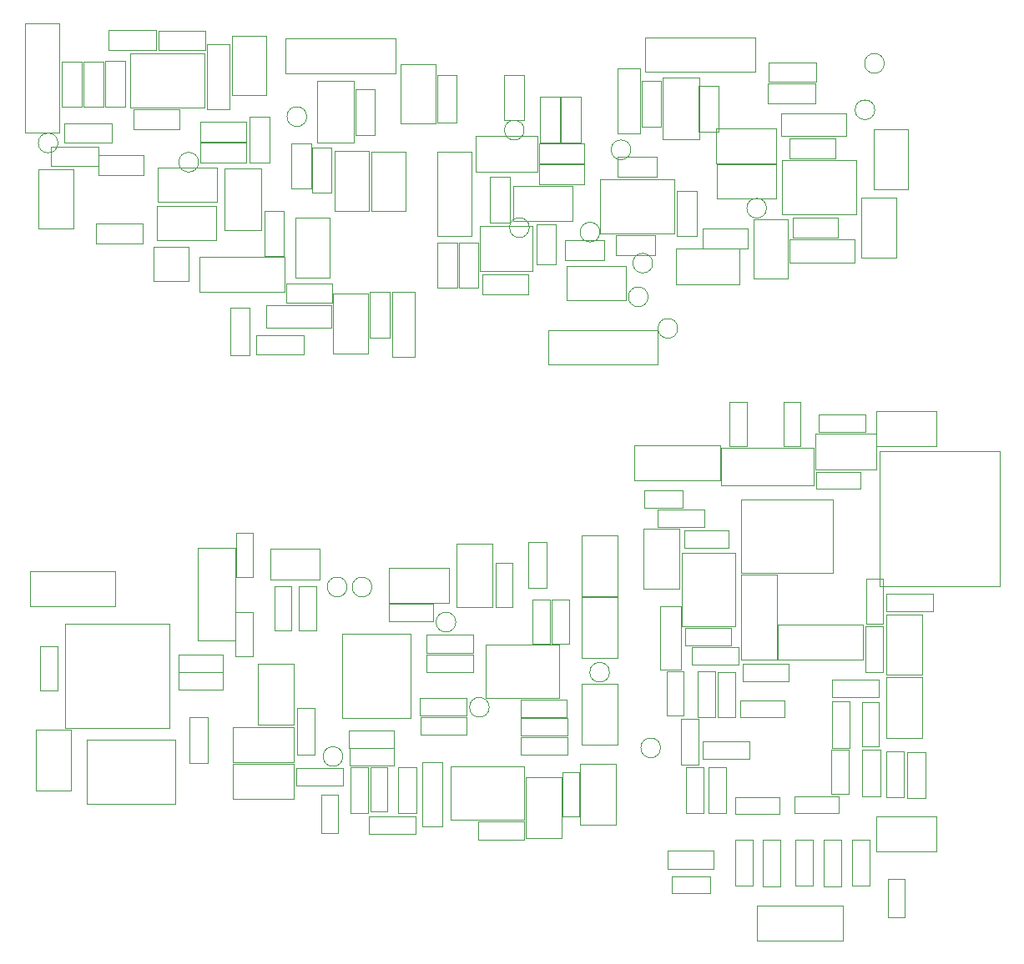
<source format=gbr>
G04 #@! TF.FileFunction,Other,User*
%FSLAX46Y46*%
G04 Gerber Fmt 4.6, Leading zero omitted, Abs format (unit mm)*
G04 Created by KiCad (PCBNEW 4.0.6) date 05/22/17 17:46:35*
%MOMM*%
%LPD*%
G01*
G04 APERTURE LIST*
%ADD10C,0.100000*%
%ADD11C,0.050000*%
G04 APERTURE END LIST*
D10*
D11*
X108560000Y-52950000D02*
X108560000Y-46900000D01*
X105060000Y-52950000D02*
X105060000Y-46900000D01*
X108560000Y-52950000D02*
X105060000Y-52950000D01*
X108560000Y-46900000D02*
X105060000Y-46900000D01*
X84350000Y-36970000D02*
X84350000Y-42470000D01*
X91850000Y-36970000D02*
X91850000Y-42470000D01*
X84350000Y-36970000D02*
X91850000Y-36970000D01*
X84350000Y-42470000D02*
X91850000Y-42470000D01*
X139790000Y-55520000D02*
X139790000Y-50920000D01*
X141790000Y-55520000D02*
X141790000Y-50920000D01*
X139790000Y-55520000D02*
X141790000Y-55520000D01*
X139790000Y-50920000D02*
X141790000Y-50920000D01*
X94440000Y-67630000D02*
X94440000Y-62830000D01*
X96440000Y-67630000D02*
X96440000Y-62830000D01*
X94440000Y-67630000D02*
X96440000Y-67630000D01*
X94440000Y-62830000D02*
X96440000Y-62830000D01*
X82430000Y-46070000D02*
X77630000Y-46070000D01*
X82430000Y-44070000D02*
X77630000Y-44070000D01*
X82430000Y-46070000D02*
X82430000Y-44070000D01*
X77630000Y-46070000D02*
X77630000Y-44070000D01*
X149020000Y-40060000D02*
X153820000Y-40060000D01*
X149020000Y-42060000D02*
X153820000Y-42060000D01*
X149020000Y-40060000D02*
X149020000Y-42060000D01*
X153820000Y-40060000D02*
X153820000Y-42060000D01*
X76270000Y-46430000D02*
X81070000Y-46430000D01*
X76270000Y-48430000D02*
X81070000Y-48430000D01*
X76270000Y-46430000D02*
X76270000Y-48430000D01*
X81070000Y-46430000D02*
X81070000Y-48430000D01*
X153900000Y-39870000D02*
X149100000Y-39870000D01*
X153900000Y-37870000D02*
X149100000Y-37870000D01*
X153900000Y-39870000D02*
X153900000Y-37870000D01*
X149100000Y-39870000D02*
X149100000Y-37870000D01*
X101920000Y-67560000D02*
X97120000Y-67560000D01*
X101920000Y-65560000D02*
X97120000Y-65560000D01*
X101920000Y-67560000D02*
X101920000Y-65560000D01*
X97120000Y-67560000D02*
X97120000Y-65560000D01*
X150480000Y-47810000D02*
X150480000Y-53310000D01*
X157980000Y-47810000D02*
X157980000Y-53310000D01*
X150480000Y-47810000D02*
X157980000Y-47810000D01*
X150480000Y-53310000D02*
X157980000Y-53310000D01*
X146120000Y-60470000D02*
X146120000Y-56770000D01*
X139720000Y-60470000D02*
X139720000Y-56770000D01*
X146120000Y-60470000D02*
X139720000Y-60470000D01*
X146120000Y-56770000D02*
X139720000Y-56770000D01*
X91250000Y-48030000D02*
G75*
G03X91250000Y-48030000I-1000000J0D01*
G01*
X124280000Y-44780000D02*
G75*
G03X124280000Y-44780000I-1000000J0D01*
G01*
X135110000Y-46770000D02*
G75*
G03X135110000Y-46770000I-1000000J0D01*
G01*
X136860000Y-61700000D02*
G75*
G03X136860000Y-61700000I-1000000J0D01*
G01*
X159860000Y-42710000D02*
G75*
G03X159860000Y-42710000I-1000000J0D01*
G01*
X148880000Y-52700000D02*
G75*
G03X148880000Y-52700000I-1000000J0D01*
G01*
X103280000Y-46040000D02*
X106980000Y-46040000D01*
X103280000Y-39740000D02*
X106980000Y-39740000D01*
X103280000Y-46040000D02*
X103280000Y-39740000D01*
X106980000Y-46040000D02*
X106980000Y-39740000D01*
X97592320Y-48623520D02*
X93892320Y-48623520D01*
X97592320Y-54923520D02*
X93892320Y-54923520D01*
X97592320Y-48623520D02*
X97592320Y-54923520D01*
X93892320Y-48623520D02*
X93892320Y-54923520D01*
X138330000Y-45730000D02*
X142030000Y-45730000D01*
X138330000Y-39430000D02*
X142030000Y-39430000D01*
X138330000Y-45730000D02*
X138330000Y-39430000D01*
X142030000Y-45730000D02*
X142030000Y-39430000D01*
X125640000Y-49040000D02*
X125640000Y-45340000D01*
X119340000Y-49040000D02*
X119340000Y-45340000D01*
X125640000Y-49040000D02*
X119340000Y-49040000D01*
X125640000Y-45340000D02*
X119340000Y-45340000D01*
D10*
X137740000Y-49510000D02*
X133740000Y-49510000D01*
X137740000Y-47510000D02*
X133740000Y-47510000D01*
X137740000Y-49510000D02*
X137740000Y-47510000D01*
X133740000Y-49510000D02*
X133740000Y-47510000D01*
X137610000Y-57470000D02*
X133610000Y-57470000D01*
X137610000Y-55470000D02*
X133610000Y-55470000D01*
X137610000Y-57470000D02*
X137610000Y-55470000D01*
X133610000Y-57470000D02*
X133610000Y-55470000D01*
X127510000Y-54370000D02*
X127510000Y-58370000D01*
X125510000Y-54370000D02*
X125510000Y-58370000D01*
X127510000Y-54370000D02*
X125510000Y-54370000D01*
X127510000Y-58370000D02*
X125510000Y-58370000D01*
D11*
X132020000Y-49770000D02*
X132020000Y-55270000D01*
X139520000Y-49770000D02*
X139520000Y-55270000D01*
X132020000Y-49770000D02*
X139520000Y-49770000D01*
X132020000Y-55270000D02*
X139520000Y-55270000D01*
X119800000Y-59070000D02*
X119800000Y-54470000D01*
X119800000Y-59070000D02*
X125150000Y-59070000D01*
X119800000Y-54470000D02*
X125150000Y-54470000D01*
X125150000Y-59070000D02*
X125150000Y-54470000D01*
D10*
X128450000Y-55980000D02*
X132450000Y-55980000D01*
X128450000Y-57980000D02*
X132450000Y-57980000D01*
X128450000Y-55980000D02*
X128450000Y-57980000D01*
X132450000Y-55980000D02*
X132450000Y-57980000D01*
X76990000Y-46080000D02*
G75*
G03X76990000Y-46080000I-1000000J0D01*
G01*
X160820000Y-38000000D02*
G75*
G03X160820000Y-38000000I-1000000J0D01*
G01*
X139860000Y-64900000D02*
G75*
G03X139860000Y-64900000I-1000000J0D01*
G01*
X124800000Y-54670000D02*
G75*
G03X124800000Y-54670000I-1000000J0D01*
G01*
X131970000Y-55130000D02*
G75*
G03X131970000Y-55130000I-1000000J0D01*
G01*
X137320000Y-58280000D02*
G75*
G03X137320000Y-58280000I-1000000J0D01*
G01*
X102230000Y-43400000D02*
G75*
G03X102230000Y-43400000I-1000000J0D01*
G01*
D11*
X86720300Y-56619900D02*
X86720300Y-60119900D01*
X90220300Y-56619900D02*
X90220300Y-60119900D01*
X86720300Y-56619900D02*
X90220300Y-56619900D01*
X86720300Y-60119900D02*
X90220300Y-60119900D01*
X111210000Y-38990000D02*
X111210000Y-35490000D01*
X100060000Y-38990000D02*
X100060000Y-35490000D01*
X111210000Y-38990000D02*
X100060000Y-38990000D01*
X111210000Y-35490000D02*
X100060000Y-35490000D01*
X147740000Y-38830000D02*
X147740000Y-35330000D01*
X136590000Y-38830000D02*
X136590000Y-35330000D01*
X147740000Y-38830000D02*
X136590000Y-38830000D01*
X147740000Y-35330000D02*
X136590000Y-35330000D01*
X91370000Y-57680000D02*
X91370000Y-61180000D01*
X99970000Y-57680000D02*
X99970000Y-61180000D01*
X91370000Y-57680000D02*
X99970000Y-57680000D01*
X91370000Y-61180000D02*
X99970000Y-61180000D01*
X118970000Y-46930000D02*
X115470000Y-46930000D01*
X118970000Y-55530000D02*
X115470000Y-55530000D01*
X118970000Y-46930000D02*
X118970000Y-55530000D01*
X115470000Y-46930000D02*
X115470000Y-55530000D01*
X85612500Y-56293960D02*
X80812500Y-56293960D01*
X85612500Y-54293960D02*
X80812500Y-54293960D01*
X85612500Y-56293960D02*
X85612500Y-54293960D01*
X80812500Y-56293960D02*
X80812500Y-54293960D01*
X115450000Y-43990000D02*
X115450000Y-39190000D01*
X117450000Y-43990000D02*
X117450000Y-39190000D01*
X115450000Y-43990000D02*
X117450000Y-43990000D01*
X115450000Y-39190000D02*
X117450000Y-39190000D01*
X107150000Y-45250000D02*
X107150000Y-40650000D01*
X109150000Y-45250000D02*
X109150000Y-40650000D01*
X107150000Y-45250000D02*
X109150000Y-45250000D01*
X107150000Y-40650000D02*
X109150000Y-40650000D01*
X104790000Y-62330000D02*
X100190000Y-62330000D01*
X104790000Y-60330000D02*
X100190000Y-60330000D01*
X104790000Y-62330000D02*
X104790000Y-60330000D01*
X100190000Y-62330000D02*
X100190000Y-60330000D01*
X96070000Y-48080000D02*
X91470000Y-48080000D01*
X96070000Y-46080000D02*
X91470000Y-46080000D01*
X96070000Y-48080000D02*
X96070000Y-46080000D01*
X91470000Y-48080000D02*
X91470000Y-46080000D01*
X108660000Y-65820000D02*
X108660000Y-61220000D01*
X110660000Y-65820000D02*
X110660000Y-61220000D01*
X108660000Y-65820000D02*
X110660000Y-65820000D01*
X108660000Y-61220000D02*
X110660000Y-61220000D01*
X104760000Y-46510000D02*
X104760000Y-51110000D01*
X102760000Y-46510000D02*
X102760000Y-51110000D01*
X104760000Y-46510000D02*
X102760000Y-46510000D01*
X104760000Y-51110000D02*
X102760000Y-51110000D01*
X102650000Y-46120000D02*
X102650000Y-50720000D01*
X100650000Y-46120000D02*
X100650000Y-50720000D01*
X102650000Y-46120000D02*
X100650000Y-46120000D01*
X102650000Y-50720000D02*
X100650000Y-50720000D01*
X96420000Y-48030000D02*
X96420000Y-43430000D01*
X98420000Y-48030000D02*
X98420000Y-43430000D01*
X96420000Y-48030000D02*
X98420000Y-48030000D01*
X96420000Y-43430000D02*
X98420000Y-43430000D01*
X99920000Y-52980000D02*
X99920000Y-57580000D01*
X97920000Y-52980000D02*
X97920000Y-57580000D01*
X99920000Y-52980000D02*
X97920000Y-52980000D01*
X99920000Y-57580000D02*
X97920000Y-57580000D01*
X141990000Y-44910000D02*
X141990000Y-40310000D01*
X143990000Y-44910000D02*
X143990000Y-40310000D01*
X141990000Y-44910000D02*
X143990000Y-44910000D01*
X141990000Y-40310000D02*
X143990000Y-40310000D01*
X156120000Y-55680000D02*
X151520000Y-55680000D01*
X156120000Y-53680000D02*
X151520000Y-53680000D01*
X156120000Y-55680000D02*
X156120000Y-53680000D01*
X151520000Y-55680000D02*
X151520000Y-53680000D01*
X151230000Y-45620000D02*
X155830000Y-45620000D01*
X151230000Y-47620000D02*
X155830000Y-47620000D01*
X151230000Y-45620000D02*
X151230000Y-47620000D01*
X155830000Y-45620000D02*
X155830000Y-47620000D01*
X128040000Y-46020000D02*
X128040000Y-41420000D01*
X130040000Y-46020000D02*
X130040000Y-41420000D01*
X128040000Y-46020000D02*
X130040000Y-46020000D01*
X128040000Y-41420000D02*
X130040000Y-41420000D01*
X125880000Y-46010000D02*
X125880000Y-41410000D01*
X127880000Y-46010000D02*
X127880000Y-41410000D01*
X125880000Y-46010000D02*
X127880000Y-46010000D01*
X125880000Y-41410000D02*
X127880000Y-41410000D01*
X136190000Y-44410000D02*
X136190000Y-39810000D01*
X138190000Y-44410000D02*
X138190000Y-39810000D01*
X136190000Y-44410000D02*
X138190000Y-44410000D01*
X136190000Y-39810000D02*
X138190000Y-39810000D01*
X133770000Y-45130000D02*
X133770000Y-38530000D01*
X136070000Y-45130000D02*
X136070000Y-38530000D01*
X133770000Y-45130000D02*
X136070000Y-45130000D01*
X133770000Y-38530000D02*
X136070000Y-38530000D01*
X125810000Y-46150000D02*
X130410000Y-46150000D01*
X125810000Y-48150000D02*
X130410000Y-48150000D01*
X125810000Y-46150000D02*
X125810000Y-48150000D01*
X130410000Y-46150000D02*
X130410000Y-48150000D01*
X130410000Y-50270000D02*
X125810000Y-50270000D01*
X130410000Y-48270000D02*
X125810000Y-48270000D01*
X130410000Y-50270000D02*
X130410000Y-48270000D01*
X125810000Y-50270000D02*
X125810000Y-48270000D01*
X81087760Y-47339440D02*
X85687760Y-47339440D01*
X81087760Y-49339440D02*
X85687760Y-49339440D01*
X81087760Y-47339440D02*
X81087760Y-49339440D01*
X85687760Y-47339440D02*
X85687760Y-49339440D01*
X124240000Y-39150000D02*
X124240000Y-43750000D01*
X122240000Y-39150000D02*
X122240000Y-43750000D01*
X124240000Y-39150000D02*
X122240000Y-39150000D01*
X124240000Y-43750000D02*
X122240000Y-43750000D01*
X122830000Y-49530000D02*
X122830000Y-54130000D01*
X120830000Y-49530000D02*
X120830000Y-54130000D01*
X122830000Y-49530000D02*
X120830000Y-49530000D01*
X122830000Y-54130000D02*
X120830000Y-54130000D01*
X142380000Y-54780000D02*
X146980000Y-54780000D01*
X142380000Y-56780000D02*
X146980000Y-56780000D01*
X142380000Y-54780000D02*
X142380000Y-56780000D01*
X146980000Y-54780000D02*
X146980000Y-56780000D01*
X77410000Y-42390000D02*
X77410000Y-37790000D01*
X79410000Y-42390000D02*
X79410000Y-37790000D01*
X77410000Y-42390000D02*
X79410000Y-42390000D01*
X77410000Y-37790000D02*
X79410000Y-37790000D01*
X79600000Y-42390000D02*
X79600000Y-37790000D01*
X81600000Y-42390000D02*
X81600000Y-37790000D01*
X79600000Y-42390000D02*
X81600000Y-42390000D01*
X79600000Y-37790000D02*
X81600000Y-37790000D01*
X117490000Y-56170000D02*
X117490000Y-60770000D01*
X115490000Y-56170000D02*
X115490000Y-60770000D01*
X117490000Y-56170000D02*
X115490000Y-56170000D01*
X117490000Y-60770000D02*
X115490000Y-60770000D01*
X119660000Y-56180000D02*
X119660000Y-60780000D01*
X117660000Y-56180000D02*
X117660000Y-60780000D01*
X119660000Y-56180000D02*
X117660000Y-56180000D01*
X119660000Y-60780000D02*
X117660000Y-60780000D01*
X124680000Y-61450000D02*
X120080000Y-61450000D01*
X124680000Y-59450000D02*
X120080000Y-59450000D01*
X124680000Y-61450000D02*
X124680000Y-59450000D01*
X120080000Y-61450000D02*
X120080000Y-59450000D01*
X112300000Y-52980000D02*
X112300000Y-46930000D01*
X108800000Y-52980000D02*
X108800000Y-46930000D01*
X112300000Y-52980000D02*
X108800000Y-52980000D01*
X112300000Y-46930000D02*
X108800000Y-46930000D01*
X149840000Y-44640000D02*
X143790000Y-44640000D01*
X149840000Y-48140000D02*
X143790000Y-48140000D01*
X149840000Y-44640000D02*
X149840000Y-48140000D01*
X143790000Y-44640000D02*
X143790000Y-48140000D01*
X149860000Y-48220000D02*
X143810000Y-48220000D01*
X149860000Y-51720000D02*
X143810000Y-51720000D01*
X149860000Y-48220000D02*
X149860000Y-51720000D01*
X143810000Y-48220000D02*
X143810000Y-51720000D01*
X134610000Y-58570000D02*
X128560000Y-58570000D01*
X134610000Y-62070000D02*
X128560000Y-62070000D01*
X134610000Y-58570000D02*
X134610000Y-62070000D01*
X128560000Y-58570000D02*
X128560000Y-62070000D01*
X101070000Y-53680000D02*
X101070000Y-59730000D01*
X104570000Y-53680000D02*
X104570000Y-59730000D01*
X101070000Y-53680000D02*
X104570000Y-53680000D01*
X101070000Y-59730000D02*
X104570000Y-59730000D01*
X159750000Y-44720000D02*
X159750000Y-50770000D01*
X163250000Y-44720000D02*
X163250000Y-50770000D01*
X159750000Y-44720000D02*
X163250000Y-44720000D01*
X159750000Y-50770000D02*
X163250000Y-50770000D01*
X129210000Y-50470000D02*
X123160000Y-50470000D01*
X129210000Y-53970000D02*
X123160000Y-53970000D01*
X129210000Y-50470000D02*
X129210000Y-53970000D01*
X123160000Y-50470000D02*
X123160000Y-53970000D01*
X93042240Y-52441600D02*
X86992240Y-52441600D01*
X93042240Y-55941600D02*
X86992240Y-55941600D01*
X93042240Y-52441600D02*
X93042240Y-55941600D01*
X86992240Y-52441600D02*
X86992240Y-55941600D01*
X93123520Y-48540160D02*
X87073520Y-48540160D01*
X93123520Y-52040160D02*
X87073520Y-52040160D01*
X93123520Y-48540160D02*
X93123520Y-52040160D01*
X87073520Y-48540160D02*
X87073520Y-52040160D01*
X147540000Y-53800000D02*
X147540000Y-59850000D01*
X151040000Y-53800000D02*
X151040000Y-59850000D01*
X147540000Y-53800000D02*
X151040000Y-53800000D01*
X147540000Y-59850000D02*
X151040000Y-59850000D01*
X104930000Y-61370000D02*
X104930000Y-67420000D01*
X108430000Y-61370000D02*
X108430000Y-67420000D01*
X104930000Y-61370000D02*
X108430000Y-61370000D01*
X104930000Y-67420000D02*
X108430000Y-67420000D01*
X158510000Y-51640000D02*
X158510000Y-57690000D01*
X162010000Y-51640000D02*
X162010000Y-57690000D01*
X158510000Y-51640000D02*
X162010000Y-51640000D01*
X158510000Y-57690000D02*
X162010000Y-57690000D01*
X78543920Y-54783360D02*
X78543920Y-48733360D01*
X75043920Y-54783360D02*
X75043920Y-48733360D01*
X78543920Y-54783360D02*
X75043920Y-54783360D01*
X78543920Y-48733360D02*
X75043920Y-48733360D01*
X115290000Y-44120000D02*
X115290000Y-38070000D01*
X111790000Y-44120000D02*
X111790000Y-38070000D01*
X115290000Y-44120000D02*
X111790000Y-44120000D01*
X115290000Y-38070000D02*
X111790000Y-38070000D01*
X94660000Y-35190000D02*
X94660000Y-41240000D01*
X98160000Y-35190000D02*
X98160000Y-41240000D01*
X94660000Y-35190000D02*
X98160000Y-35190000D01*
X94660000Y-41240000D02*
X98160000Y-41240000D01*
X73610000Y-45060000D02*
X77110000Y-45060000D01*
X73610000Y-33910000D02*
X77110000Y-33910000D01*
X73610000Y-45060000D02*
X73610000Y-33910000D01*
X77110000Y-45060000D02*
X77110000Y-33910000D01*
X81820000Y-42370000D02*
X81820000Y-37770000D01*
X83820000Y-42370000D02*
X83820000Y-37770000D01*
X81820000Y-42370000D02*
X83820000Y-42370000D01*
X81820000Y-37770000D02*
X83820000Y-37770000D01*
X98130000Y-62550000D02*
X104730000Y-62550000D01*
X98130000Y-64850000D02*
X104730000Y-64850000D01*
X98130000Y-62550000D02*
X98130000Y-64850000D01*
X104730000Y-62550000D02*
X104730000Y-64850000D01*
X110910000Y-67790000D02*
X110910000Y-61190000D01*
X113210000Y-67790000D02*
X113210000Y-61190000D01*
X110910000Y-67790000D02*
X113210000Y-67790000D01*
X110910000Y-61190000D02*
X113210000Y-61190000D01*
X96070000Y-45930000D02*
X91470000Y-45930000D01*
X96070000Y-43930000D02*
X91470000Y-43930000D01*
X96070000Y-45930000D02*
X96070000Y-43930000D01*
X91470000Y-45930000D02*
X91470000Y-43930000D01*
X92120000Y-42640000D02*
X92120000Y-36040000D01*
X94420000Y-42640000D02*
X94420000Y-36040000D01*
X92120000Y-42640000D02*
X94420000Y-42640000D01*
X92120000Y-36040000D02*
X94420000Y-36040000D01*
X151230000Y-55890000D02*
X157830000Y-55890000D01*
X151230000Y-58190000D02*
X157830000Y-58190000D01*
X151230000Y-55890000D02*
X151230000Y-58190000D01*
X157830000Y-55890000D02*
X157830000Y-58190000D01*
X150330000Y-43040000D02*
X156930000Y-43040000D01*
X150330000Y-45340000D02*
X156930000Y-45340000D01*
X150330000Y-43040000D02*
X150330000Y-45340000D01*
X156930000Y-43040000D02*
X156930000Y-45340000D01*
X137850000Y-68560000D02*
X137850000Y-65060000D01*
X126700000Y-68560000D02*
X126700000Y-65060000D01*
X137850000Y-68560000D02*
X126700000Y-68560000D01*
X137850000Y-65060000D02*
X126700000Y-65060000D01*
X89280000Y-44670000D02*
X84680000Y-44670000D01*
X89280000Y-42670000D02*
X84680000Y-42670000D01*
X89280000Y-44670000D02*
X89280000Y-42670000D01*
X84680000Y-44670000D02*
X84680000Y-42670000D01*
X82110000Y-34640000D02*
X86910000Y-34640000D01*
X82110000Y-36640000D02*
X86910000Y-36640000D01*
X82110000Y-34640000D02*
X82110000Y-36640000D01*
X86910000Y-34640000D02*
X86910000Y-36640000D01*
X87170000Y-34660000D02*
X91970000Y-34660000D01*
X87170000Y-36660000D02*
X91970000Y-36660000D01*
X87170000Y-34660000D02*
X87170000Y-36660000D01*
X91970000Y-34660000D02*
X91970000Y-36660000D01*
X112724800Y-95895200D02*
X105824800Y-95895200D01*
X112724800Y-104495200D02*
X105824800Y-104495200D01*
X112724800Y-95895200D02*
X112724800Y-104495200D01*
X105824800Y-95895200D02*
X105824800Y-104495200D01*
X110555400Y-92850900D02*
X115055400Y-92850900D01*
X110555400Y-92850900D02*
X110555400Y-94600900D01*
X115055400Y-94600900D02*
X115055400Y-92850900D01*
X115055400Y-94600900D02*
X110555400Y-94600900D01*
X127089200Y-96895300D02*
X127089200Y-92395300D01*
X127089200Y-96895300D02*
X128839200Y-96895300D01*
X128839200Y-92395300D02*
X127089200Y-92395300D01*
X128839200Y-92395300D02*
X128839200Y-96895300D01*
X125146100Y-96895300D02*
X125146100Y-92395300D01*
X125146100Y-96895300D02*
X126896100Y-96895300D01*
X126896100Y-92395300D02*
X125146100Y-92395300D01*
X126896100Y-92395300D02*
X126896100Y-96895300D01*
X121386900Y-93186900D02*
X121386900Y-88686900D01*
X121386900Y-93186900D02*
X123136900Y-93186900D01*
X123136900Y-88686900D02*
X121386900Y-88686900D01*
X123136900Y-88686900D02*
X123136900Y-93186900D01*
X75197000Y-101695900D02*
X75197000Y-97195900D01*
X75197000Y-101695900D02*
X76947000Y-101695900D01*
X76947000Y-97195900D02*
X75197000Y-97195900D01*
X76947000Y-97195900D02*
X76947000Y-101695900D01*
X89206700Y-98045200D02*
X93706700Y-98045200D01*
X89206700Y-98045200D02*
X89206700Y-99795200D01*
X93706700Y-99795200D02*
X93706700Y-98045200D01*
X93706700Y-99795200D02*
X89206700Y-99795200D01*
X89206700Y-99823200D02*
X93706700Y-99823200D01*
X89206700Y-99823200D02*
X89206700Y-101573200D01*
X93706700Y-101573200D02*
X93706700Y-99823200D01*
X93706700Y-101573200D02*
X89206700Y-101573200D01*
X96762650Y-93684350D02*
X96762650Y-98184350D01*
X96762650Y-93684350D02*
X95012650Y-93684350D01*
X95012650Y-98184350D02*
X96762650Y-98184350D01*
X95012650Y-98184350D02*
X95012650Y-93684350D01*
X95053450Y-90170650D02*
X95053450Y-85670650D01*
X95053450Y-90170650D02*
X96803450Y-90170650D01*
X96803450Y-85670650D02*
X95053450Y-85670650D01*
X96803450Y-85670650D02*
X96803450Y-90170650D01*
X129890600Y-109972100D02*
X129890600Y-114472100D01*
X129890600Y-109972100D02*
X128140600Y-109972100D01*
X128140600Y-114472100D02*
X129890600Y-114472100D01*
X128140600Y-114472100D02*
X128140600Y-109972100D01*
X110434200Y-109426000D02*
X110434200Y-113926000D01*
X110434200Y-109426000D02*
X108684200Y-109426000D01*
X108684200Y-113926000D02*
X110434200Y-113926000D01*
X108684200Y-113926000D02*
X108684200Y-109426000D01*
X98933300Y-95561800D02*
X98933300Y-91061800D01*
X98933300Y-95561800D02*
X100683300Y-95561800D01*
X100683300Y-91061800D02*
X98933300Y-91061800D01*
X100683300Y-91061800D02*
X100683300Y-95561800D01*
X111042200Y-107476000D02*
X106542200Y-107476000D01*
X111042200Y-107476000D02*
X111042200Y-105726000D01*
X106542200Y-105726000D02*
X106542200Y-107476000D01*
X106542200Y-105726000D02*
X111042200Y-105726000D01*
X133744300Y-107151400D02*
X133744300Y-101001400D01*
X133744300Y-101001400D02*
X130144300Y-101001400D01*
X130144300Y-101001400D02*
X130144300Y-107151400D01*
X130144300Y-107151400D02*
X133744300Y-107151400D01*
X133744300Y-92101900D02*
X133744300Y-85951900D01*
X133744300Y-85951900D02*
X130144300Y-85951900D01*
X130144300Y-85951900D02*
X130144300Y-92101900D01*
X130144300Y-92101900D02*
X133744300Y-92101900D01*
X100902100Y-109101300D02*
X94752100Y-109101300D01*
X94752100Y-109101300D02*
X94752100Y-112701300D01*
X94752100Y-112701300D02*
X100902100Y-112701300D01*
X100902100Y-112701300D02*
X100902100Y-109101300D01*
X100876700Y-105380200D02*
X94726700Y-105380200D01*
X94726700Y-105380200D02*
X94726700Y-108980200D01*
X94726700Y-108980200D02*
X100876700Y-108980200D01*
X100876700Y-108980200D02*
X100876700Y-105380200D01*
X129979200Y-109139400D02*
X129979200Y-115289400D01*
X129979200Y-115289400D02*
X133579200Y-115289400D01*
X133579200Y-115289400D02*
X133579200Y-109139400D01*
X133579200Y-109139400D02*
X129979200Y-109139400D01*
X123955500Y-104464100D02*
X128655500Y-104464100D01*
X123955500Y-104464100D02*
X123955500Y-106264100D01*
X128655500Y-106264100D02*
X128655500Y-104464100D01*
X128655500Y-106264100D02*
X123955500Y-106264100D01*
X128617400Y-104371800D02*
X123917400Y-104371800D01*
X128617400Y-104371800D02*
X128617400Y-102571800D01*
X123917400Y-102571800D02*
X123917400Y-104371800D01*
X123917400Y-102571800D02*
X128617400Y-102571800D01*
X105897100Y-111318700D02*
X101197100Y-111318700D01*
X105897100Y-111318700D02*
X105897100Y-109518700D01*
X101197100Y-109518700D02*
X101197100Y-111318700D01*
X101197100Y-109518700D02*
X105897100Y-109518700D01*
X103012000Y-103458600D02*
X103012000Y-108158600D01*
X103012000Y-103458600D02*
X101212000Y-103458600D01*
X101212000Y-108158600D02*
X103012000Y-108158600D01*
X101212000Y-108158600D02*
X101212000Y-103458600D01*
X119079700Y-97831300D02*
X114379700Y-97831300D01*
X119079700Y-97831300D02*
X119079700Y-96031300D01*
X114379700Y-96031300D02*
X114379700Y-97831300D01*
X114379700Y-96031300D02*
X119079700Y-96031300D01*
X114379700Y-98025200D02*
X119079700Y-98025200D01*
X114379700Y-98025200D02*
X114379700Y-99825200D01*
X119079700Y-99825200D02*
X119079700Y-98025200D01*
X119079700Y-99825200D02*
X114379700Y-99825200D01*
X123942800Y-106369100D02*
X128642800Y-106369100D01*
X123942800Y-106369100D02*
X123942800Y-108169100D01*
X128642800Y-108169100D02*
X128642800Y-106369100D01*
X128642800Y-108169100D02*
X123942800Y-108169100D01*
X113744700Y-104375200D02*
X118444700Y-104375200D01*
X113744700Y-104375200D02*
X113744700Y-106175200D01*
X118444700Y-106175200D02*
X118444700Y-104375200D01*
X118444700Y-106175200D02*
X113744700Y-106175200D01*
X118432000Y-104219400D02*
X113732000Y-104219400D01*
X118432000Y-104219400D02*
X118432000Y-102419400D01*
X113732000Y-102419400D02*
X113732000Y-104219400D01*
X113732000Y-102419400D02*
X118432000Y-102419400D01*
X124745100Y-91293000D02*
X124745100Y-86593000D01*
X124745100Y-91293000D02*
X126545100Y-91293000D01*
X126545100Y-86593000D02*
X124745100Y-86593000D01*
X126545100Y-86593000D02*
X126545100Y-91293000D01*
X92166200Y-104373000D02*
X92166200Y-109073000D01*
X92166200Y-104373000D02*
X90366200Y-104373000D01*
X90366200Y-109073000D02*
X92166200Y-109073000D01*
X90366200Y-109073000D02*
X90366200Y-104373000D01*
X79908200Y-106660700D02*
X88908200Y-106660700D01*
X88908200Y-106660700D02*
X88908200Y-113160700D01*
X88908200Y-113160700D02*
X79908200Y-113160700D01*
X79908200Y-113160700D02*
X79908200Y-106660700D01*
X120378400Y-97038000D02*
X120378400Y-102438000D01*
X127838400Y-97038000D02*
X127838400Y-102438000D01*
X120378400Y-97038000D02*
X127838400Y-97038000D01*
X120378400Y-102438000D02*
X127838400Y-102438000D01*
X117387950Y-93190750D02*
X121087950Y-93190750D01*
X117387950Y-86790750D02*
X121087950Y-86790750D01*
X117387950Y-93190750D02*
X117387950Y-86790750D01*
X121087950Y-93190750D02*
X121087950Y-86790750D01*
X98570600Y-87241400D02*
X98570600Y-90441400D01*
X98570600Y-90441400D02*
X103570600Y-90441400D01*
X103570600Y-90441400D02*
X103570600Y-87241400D01*
X103570600Y-87241400D02*
X98570600Y-87241400D01*
X117348700Y-94721500D02*
G75*
G03X117348700Y-94721500I-1000000J0D01*
G01*
X108839700Y-91165500D02*
G75*
G03X108839700Y-91165500I-1000000J0D01*
G01*
X132944300Y-99814200D02*
G75*
G03X132944300Y-99814200I-1000000J0D01*
G01*
X106312400Y-91152800D02*
G75*
G03X106312400Y-91152800I-1000000J0D01*
G01*
X120739600Y-103370200D02*
G75*
G03X120739600Y-103370200I-1000000J0D01*
G01*
X105893300Y-108374000D02*
G75*
G03X105893300Y-108374000I-1000000J0D01*
G01*
X91150550Y-96608450D02*
X94950550Y-96608450D01*
X94950550Y-96608450D02*
X94950550Y-87208450D01*
X94950550Y-87208450D02*
X91150550Y-87208450D01*
X91150550Y-87208450D02*
X91150550Y-96608450D01*
X106554900Y-107544800D02*
X111054900Y-107544800D01*
X106554900Y-107544800D02*
X106554900Y-109294800D01*
X111054900Y-109294800D02*
X111054900Y-107544800D01*
X111054900Y-109294800D02*
X106554900Y-109294800D01*
X100889400Y-105144800D02*
X100889400Y-98994800D01*
X100889400Y-98994800D02*
X97289400Y-98994800D01*
X97289400Y-98994800D02*
X97289400Y-105144800D01*
X97289400Y-105144800D02*
X100889400Y-105144800D01*
X103182500Y-91087200D02*
X103182500Y-95587200D01*
X103182500Y-91087200D02*
X101432500Y-91087200D01*
X101432500Y-95587200D02*
X103182500Y-95587200D01*
X101432500Y-95587200D02*
X101432500Y-91087200D01*
X108460300Y-109427600D02*
X108460300Y-114127600D01*
X108460300Y-109427600D02*
X106660300Y-109427600D01*
X106660300Y-114127600D02*
X108460300Y-114127600D01*
X106660300Y-114127600D02*
X106660300Y-109427600D01*
X124269700Y-114782400D02*
X124269700Y-109382400D01*
X116809700Y-114782400D02*
X116809700Y-109382400D01*
X124269700Y-114782400D02*
X116809700Y-114782400D01*
X124269700Y-109382400D02*
X116809700Y-109382400D01*
X82766500Y-89530600D02*
X74116500Y-89530600D01*
X74116500Y-89530600D02*
X74116500Y-93130600D01*
X74116500Y-93130600D02*
X82766500Y-93130600D01*
X82766500Y-93130600D02*
X82766500Y-89530600D01*
X78334200Y-111786900D02*
X78334200Y-105636900D01*
X78334200Y-105636900D02*
X74734200Y-105636900D01*
X74734200Y-105636900D02*
X74734200Y-111786900D01*
X74734200Y-111786900D02*
X78334200Y-111786900D01*
X103713100Y-112278700D02*
X105413100Y-112278700D01*
X105413100Y-112278700D02*
X105413100Y-116178700D01*
X105413100Y-116178700D02*
X103713100Y-116178700D01*
X103713100Y-116178700D02*
X103713100Y-112278700D01*
X88273100Y-105495200D02*
X88273100Y-94895200D01*
X77673100Y-105495200D02*
X77673100Y-94895200D01*
X88273100Y-105495200D02*
X77673100Y-105495200D01*
X88273100Y-94895200D02*
X77673100Y-94895200D01*
X110548200Y-92800400D02*
X116698200Y-92800400D01*
X116698200Y-92800400D02*
X116698200Y-89200400D01*
X116698200Y-89200400D02*
X110548200Y-89200400D01*
X110548200Y-89200400D02*
X110548200Y-92800400D01*
X130144300Y-92197600D02*
X130144300Y-98347600D01*
X130144300Y-98347600D02*
X133744300Y-98347600D01*
X133744300Y-98347600D02*
X133744300Y-92197600D01*
X133744300Y-92197600D02*
X130144300Y-92197600D01*
X113914400Y-115434000D02*
X113914400Y-108934000D01*
X113914400Y-115434000D02*
X116014400Y-115434000D01*
X116014400Y-108934000D02*
X113914400Y-108934000D01*
X116014400Y-108934000D02*
X116014400Y-115434000D01*
X119599400Y-114992400D02*
X124299400Y-114992400D01*
X119599400Y-114992400D02*
X119599400Y-116792400D01*
X124299400Y-116792400D02*
X124299400Y-114992400D01*
X124299400Y-116792400D02*
X119599400Y-116792400D01*
X108563100Y-114420900D02*
X113263100Y-114420900D01*
X108563100Y-114420900D02*
X108563100Y-116220900D01*
X113263100Y-116220900D02*
X113263100Y-114420900D01*
X113263100Y-116220900D02*
X108563100Y-116220900D01*
X111537100Y-114127600D02*
X111537100Y-109427600D01*
X111537100Y-114127600D02*
X113337100Y-114127600D01*
X113337100Y-109427600D02*
X111537100Y-109427600D01*
X113337100Y-109427600D02*
X113337100Y-114127600D01*
X128067400Y-116625600D02*
X128067400Y-110475600D01*
X128067400Y-110475600D02*
X124467400Y-110475600D01*
X124467400Y-110475600D02*
X124467400Y-116625600D01*
X124467400Y-116625600D02*
X128067400Y-116625600D01*
X155633300Y-82285900D02*
X146333300Y-82285900D01*
X155633300Y-89685900D02*
X146333300Y-89685900D01*
X155633300Y-82285900D02*
X155633300Y-89685900D01*
X146333300Y-82285900D02*
X146333300Y-89685900D01*
X147110300Y-108602900D02*
X142410300Y-108602900D01*
X147110300Y-108602900D02*
X147110300Y-106802900D01*
X142410300Y-106802900D02*
X142410300Y-108602900D01*
X142410300Y-106802900D02*
X147110300Y-106802900D01*
X161214050Y-120808750D02*
X162914050Y-120808750D01*
X162914050Y-120808750D02*
X162914050Y-124708750D01*
X162914050Y-124708750D02*
X161214050Y-124708750D01*
X161214050Y-124708750D02*
X161214050Y-120808750D01*
X151705100Y-112385500D02*
X156205100Y-112385500D01*
X151705100Y-112385500D02*
X151705100Y-114135500D01*
X156205100Y-114135500D02*
X156205100Y-112385500D01*
X156205100Y-114135500D02*
X151705100Y-114135500D01*
X157222700Y-107662700D02*
X157222700Y-112162700D01*
X157222700Y-107662700D02*
X155472700Y-107662700D01*
X155472700Y-112162700D02*
X157222700Y-112162700D01*
X155472700Y-112162700D02*
X155472700Y-107662700D01*
X160296100Y-102836700D02*
X160296100Y-107336700D01*
X160296100Y-102836700D02*
X158546100Y-102836700D01*
X158546100Y-107336700D02*
X160296100Y-107336700D01*
X158546100Y-107336700D02*
X158546100Y-102836700D01*
X150667900Y-104391900D02*
X146167900Y-104391900D01*
X150667900Y-104391900D02*
X150667900Y-102641900D01*
X146167900Y-102641900D02*
X146167900Y-104391900D01*
X146167900Y-102641900D02*
X150667900Y-102641900D01*
X143931100Y-104339500D02*
X143931100Y-99839500D01*
X143931100Y-104339500D02*
X145681100Y-104339500D01*
X145681100Y-99839500D02*
X143931100Y-99839500D01*
X145681100Y-99839500D02*
X145681100Y-104339500D01*
X140484100Y-99737900D02*
X140484100Y-104237900D01*
X140484100Y-99737900D02*
X138734100Y-99737900D01*
X138734100Y-104237900D02*
X140484100Y-104237900D01*
X138734100Y-104237900D02*
X138734100Y-99737900D01*
X145659900Y-112487100D02*
X150159900Y-112487100D01*
X145659900Y-112487100D02*
X145659900Y-114237100D01*
X150159900Y-114237100D02*
X150159900Y-112487100D01*
X150159900Y-114237100D02*
X145659900Y-114237100D01*
X156455300Y-116833700D02*
X156455300Y-121533700D01*
X156455300Y-116833700D02*
X154655300Y-116833700D01*
X154655300Y-121533700D02*
X156455300Y-121533700D01*
X154655300Y-121533700D02*
X154655300Y-116833700D01*
X147463700Y-116808300D02*
X147463700Y-121508300D01*
X147463700Y-116808300D02*
X145663700Y-116808300D01*
X145663700Y-121508300D02*
X147463700Y-121508300D01*
X145663700Y-121508300D02*
X145663700Y-116808300D01*
X148457700Y-121533700D02*
X148457700Y-116833700D01*
X148457700Y-121533700D02*
X150257700Y-121533700D01*
X150257700Y-116833700D02*
X148457700Y-116833700D01*
X150257700Y-116833700D02*
X150257700Y-121533700D01*
X151810500Y-121508300D02*
X151810500Y-116808300D01*
X151810500Y-121508300D02*
X153610500Y-121508300D01*
X153610500Y-116808300D02*
X151810500Y-116808300D01*
X153610500Y-116808300D02*
X153610500Y-121508300D01*
X157550900Y-121482900D02*
X157550900Y-116782900D01*
X157550900Y-121482900D02*
X159350900Y-121482900D01*
X159350900Y-116782900D02*
X157550900Y-116782900D01*
X159350900Y-116782900D02*
X159350900Y-121482900D01*
X161005300Y-112542100D02*
X161005300Y-107842100D01*
X161005300Y-112542100D02*
X162805300Y-112542100D01*
X162805300Y-107842100D02*
X161005300Y-107842100D01*
X162805300Y-107842100D02*
X162805300Y-112542100D01*
X158592300Y-112415100D02*
X158592300Y-107715100D01*
X158592300Y-112415100D02*
X160392300Y-112415100D01*
X160392300Y-107715100D02*
X158592300Y-107715100D01*
X160392300Y-107715100D02*
X160392300Y-112415100D01*
X155493500Y-107487500D02*
X155493500Y-102787500D01*
X155493500Y-107487500D02*
X157293500Y-107487500D01*
X157293500Y-102787500D02*
X155493500Y-102787500D01*
X157293500Y-102787500D02*
X157293500Y-107487500D01*
X155542100Y-100554500D02*
X160242100Y-100554500D01*
X155542100Y-100554500D02*
X155542100Y-102354500D01*
X160242100Y-102354500D02*
X160242100Y-100554500D01*
X160242100Y-102354500D02*
X155542100Y-102354500D01*
X141879100Y-104388700D02*
X141879100Y-99688700D01*
X141879100Y-104388700D02*
X143679100Y-104388700D01*
X143679100Y-99688700D02*
X141879100Y-99688700D01*
X143679100Y-99688700D02*
X143679100Y-104388700D01*
X140710700Y-114116900D02*
X140710700Y-109416900D01*
X140710700Y-114116900D02*
X142510700Y-114116900D01*
X142510700Y-109416900D02*
X140710700Y-109416900D01*
X142510700Y-109416900D02*
X142510700Y-114116900D01*
X144771300Y-109416900D02*
X144771300Y-114116900D01*
X144771300Y-109416900D02*
X142971300Y-109416900D01*
X142971300Y-114116900D02*
X144771300Y-114116900D01*
X142971300Y-114116900D02*
X142971300Y-109416900D01*
X140202700Y-109240100D02*
X140202700Y-104540100D01*
X140202700Y-109240100D02*
X142002700Y-109240100D01*
X142002700Y-104540100D02*
X140202700Y-104540100D01*
X142002700Y-104540100D02*
X142002700Y-109240100D01*
X164977000Y-107905600D02*
X164977000Y-112605600D01*
X164977000Y-107905600D02*
X163177000Y-107905600D01*
X163177000Y-112605600D02*
X164977000Y-112605600D01*
X163177000Y-112605600D02*
X163177000Y-107905600D01*
X156593300Y-123479700D02*
X147943300Y-123479700D01*
X147943300Y-123479700D02*
X147943300Y-127079700D01*
X147943300Y-127079700D02*
X156593300Y-127079700D01*
X156593300Y-127079700D02*
X156593300Y-123479700D01*
X138835300Y-117943600D02*
X143535300Y-117943600D01*
X138835300Y-117943600D02*
X138835300Y-119743600D01*
X143535300Y-119743600D02*
X143535300Y-117943600D01*
X143535300Y-119743600D02*
X138835300Y-119743600D01*
X140555300Y-85423600D02*
X145055300Y-85423600D01*
X140555300Y-85423600D02*
X140555300Y-87173600D01*
X145055300Y-87173600D02*
X145055300Y-85423600D01*
X145055300Y-87173600D02*
X140555300Y-87173600D01*
X160702500Y-90352600D02*
X160702500Y-94852600D01*
X160702500Y-90352600D02*
X158952500Y-90352600D01*
X158952500Y-94852600D02*
X160702500Y-94852600D01*
X158952500Y-94852600D02*
X158952500Y-90352600D01*
X150585900Y-76894800D02*
X150585900Y-72394800D01*
X150585900Y-76894800D02*
X152335900Y-76894800D01*
X152335900Y-72394800D02*
X150585900Y-72394800D01*
X152335900Y-72394800D02*
X152335900Y-76894800D01*
X145112200Y-76894800D02*
X145112200Y-72394800D01*
X145112200Y-76894800D02*
X146862200Y-76894800D01*
X146862200Y-72394800D02*
X145112200Y-72394800D01*
X146862200Y-72394800D02*
X146862200Y-76894800D01*
X153940300Y-79467100D02*
X158440300Y-79467100D01*
X153940300Y-79467100D02*
X153940300Y-81217100D01*
X158440300Y-81217100D02*
X158440300Y-79467100D01*
X158440300Y-81217100D02*
X153940300Y-81217100D01*
X143155300Y-120503600D02*
X143155300Y-122203600D01*
X143155300Y-122203600D02*
X139255300Y-122203600D01*
X139255300Y-122203600D02*
X139255300Y-120503600D01*
X139255300Y-120503600D02*
X143155300Y-120503600D01*
X136495300Y-83083600D02*
X136495300Y-81383600D01*
X136495300Y-81383600D02*
X140395300Y-81383600D01*
X140395300Y-81383600D02*
X140395300Y-83083600D01*
X140395300Y-83083600D02*
X136495300Y-83083600D01*
X166143700Y-114411900D02*
X159993700Y-114411900D01*
X159993700Y-114411900D02*
X159993700Y-118011900D01*
X159993700Y-118011900D02*
X166143700Y-118011900D01*
X166143700Y-118011900D02*
X166143700Y-114411900D01*
X166143700Y-73289300D02*
X159993700Y-73289300D01*
X159993700Y-73289300D02*
X159993700Y-76889300D01*
X159993700Y-76889300D02*
X166143700Y-76889300D01*
X166143700Y-76889300D02*
X166143700Y-73289300D01*
X164632400Y-100079500D02*
X164632400Y-93929500D01*
X164632400Y-93929500D02*
X161032400Y-93929500D01*
X161032400Y-93929500D02*
X161032400Y-100079500D01*
X161032400Y-100079500D02*
X164632400Y-100079500D01*
X160308500Y-77366000D02*
X160308500Y-91116000D01*
X160308500Y-91116000D02*
X172508500Y-91116000D01*
X172508500Y-91116000D02*
X172508500Y-77366000D01*
X172508500Y-77366000D02*
X160308500Y-77366000D01*
X151161600Y-100728900D02*
X146461600Y-100728900D01*
X151161600Y-100728900D02*
X151161600Y-98928900D01*
X146461600Y-98928900D02*
X146461600Y-100728900D01*
X146461600Y-98928900D02*
X151161600Y-98928900D01*
X160684400Y-95142100D02*
X160684400Y-99842100D01*
X160684400Y-95142100D02*
X158884400Y-95142100D01*
X158884400Y-99842100D02*
X160684400Y-99842100D01*
X158884400Y-99842100D02*
X158884400Y-95142100D01*
X161066600Y-91816900D02*
X165766600Y-91816900D01*
X161066600Y-91816900D02*
X161066600Y-93616900D01*
X165766600Y-93616900D02*
X165766600Y-91816900D01*
X165766600Y-93616900D02*
X161066600Y-93616900D01*
X142538300Y-85057100D02*
X137838300Y-85057100D01*
X142538300Y-85057100D02*
X142538300Y-83257100D01*
X137838300Y-83257100D02*
X137838300Y-85057100D01*
X137838300Y-83257100D02*
X142538300Y-83257100D01*
X154195900Y-73617800D02*
X158895900Y-73617800D01*
X154195900Y-73617800D02*
X154195900Y-75417800D01*
X158895900Y-75417800D02*
X158895900Y-73617800D01*
X158895900Y-75417800D02*
X154195900Y-75417800D01*
X153625900Y-80850100D02*
X153625900Y-77050100D01*
X153625900Y-77050100D02*
X144225900Y-77050100D01*
X144225900Y-77050100D02*
X144225900Y-80850100D01*
X144225900Y-80850100D02*
X153625900Y-80850100D01*
X146295300Y-89883600D02*
X146295300Y-98533600D01*
X146295300Y-98533600D02*
X149895300Y-98533600D01*
X149895300Y-98533600D02*
X149895300Y-89883600D01*
X149895300Y-89883600D02*
X146295300Y-89883600D01*
X145665300Y-87663600D02*
X140265300Y-87663600D01*
X145665300Y-95123600D02*
X140265300Y-95123600D01*
X145665300Y-87663600D02*
X145665300Y-95123600D01*
X140265300Y-87663600D02*
X140265300Y-95123600D01*
X159996900Y-75600700D02*
X153846900Y-75600700D01*
X153846900Y-75600700D02*
X153846900Y-79200700D01*
X153846900Y-79200700D02*
X159996900Y-79200700D01*
X159996900Y-79200700D02*
X159996900Y-75600700D01*
X140015300Y-91353600D02*
X140015300Y-85203600D01*
X140015300Y-85203600D02*
X136415300Y-85203600D01*
X136415300Y-85203600D02*
X136415300Y-91353600D01*
X136415300Y-91353600D02*
X140015300Y-91353600D01*
X161045100Y-100314900D02*
X161045100Y-106464900D01*
X161045100Y-106464900D02*
X164645100Y-106464900D01*
X164645100Y-106464900D02*
X164645100Y-100314900D01*
X164645100Y-100314900D02*
X161045100Y-100314900D01*
X135495300Y-80353600D02*
X144145300Y-80353600D01*
X144145300Y-80353600D02*
X144145300Y-76753600D01*
X144145300Y-76753600D02*
X135495300Y-76753600D01*
X135495300Y-76753600D02*
X135495300Y-80353600D01*
X150021500Y-98568200D02*
X158671500Y-98568200D01*
X158671500Y-98568200D02*
X158671500Y-94968200D01*
X158671500Y-94968200D02*
X150021500Y-94968200D01*
X150021500Y-94968200D02*
X150021500Y-98568200D01*
X140595300Y-95283600D02*
X145295300Y-95283600D01*
X140595300Y-95283600D02*
X140595300Y-97083600D01*
X145295300Y-97083600D02*
X145295300Y-95283600D01*
X145295300Y-97083600D02*
X140595300Y-97083600D01*
X141315300Y-97243600D02*
X146015300Y-97243600D01*
X141315300Y-97243600D02*
X141315300Y-99043600D01*
X146015300Y-99043600D02*
X146015300Y-97243600D01*
X146015300Y-99043600D02*
X141315300Y-99043600D01*
X138125300Y-107493600D02*
G75*
G03X138125300Y-107493600I-1000000J0D01*
G01*
X140175300Y-93083600D02*
X140175300Y-99583600D01*
X140175300Y-93083600D02*
X138075300Y-93083600D01*
X138075300Y-99583600D02*
X140175300Y-99583600D01*
X138075300Y-99583600D02*
X138075300Y-93083600D01*
M02*

</source>
